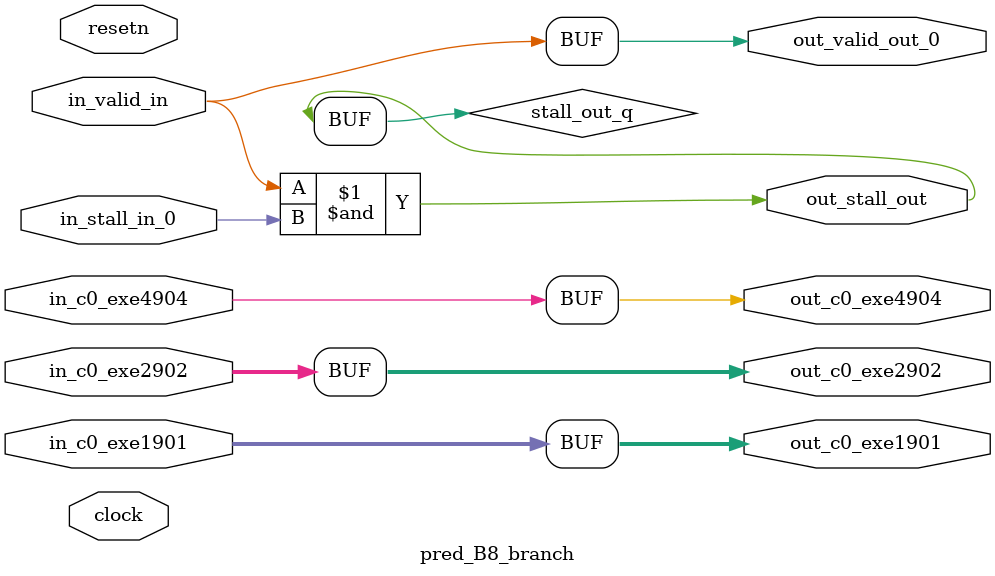
<source format=sv>



(* altera_attribute = "-name AUTO_SHIFT_REGISTER_RECOGNITION OFF; -name MESSAGE_DISABLE 10036; -name MESSAGE_DISABLE 10037; -name MESSAGE_DISABLE 14130; -name MESSAGE_DISABLE 14320; -name MESSAGE_DISABLE 15400; -name MESSAGE_DISABLE 14130; -name MESSAGE_DISABLE 10036; -name MESSAGE_DISABLE 12020; -name MESSAGE_DISABLE 12030; -name MESSAGE_DISABLE 12010; -name MESSAGE_DISABLE 12110; -name MESSAGE_DISABLE 14320; -name MESSAGE_DISABLE 13410; -name MESSAGE_DISABLE 113007; -name MESSAGE_DISABLE 10958" *)
module pred_B8_branch (
    input wire [31:0] in_c0_exe1901,
    input wire [31:0] in_c0_exe2902,
    input wire [0:0] in_c0_exe4904,
    input wire [0:0] in_stall_in_0,
    input wire [0:0] in_valid_in,
    output wire [31:0] out_c0_exe1901,
    output wire [31:0] out_c0_exe2902,
    output wire [0:0] out_c0_exe4904,
    output wire [0:0] out_stall_out,
    output wire [0:0] out_valid_out_0,
    input wire clock,
    input wire resetn
    );

    wire [0:0] stall_out_q;


    // out_c0_exe1901(GPOUT,7)
    assign out_c0_exe1901 = in_c0_exe1901;

    // out_c0_exe2902(GPOUT,8)
    assign out_c0_exe2902 = in_c0_exe2902;

    // out_c0_exe4904(GPOUT,9)
    assign out_c0_exe4904 = in_c0_exe4904;

    // stall_out(LOGICAL,12)
    assign stall_out_q = in_valid_in & in_stall_in_0;

    // out_stall_out(GPOUT,10)
    assign out_stall_out = stall_out_q;

    // out_valid_out_0(GPOUT,11)
    assign out_valid_out_0 = in_valid_in;

endmodule

</source>
